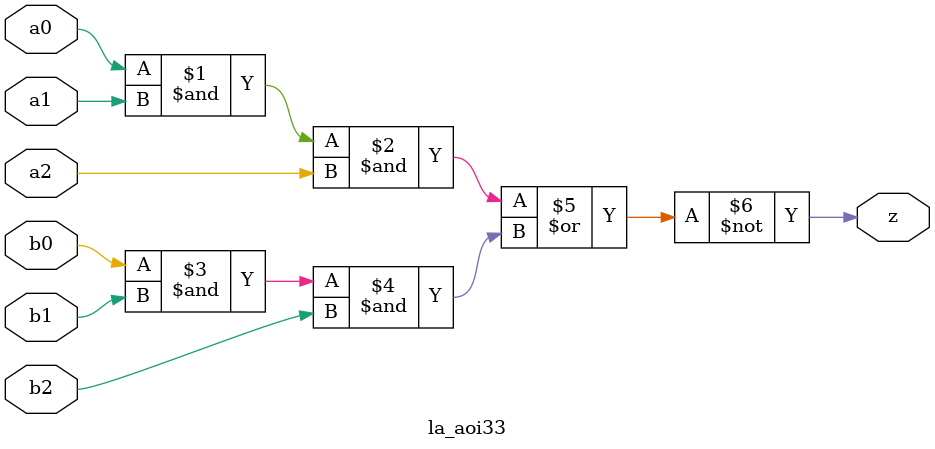
<source format=v>

module la_aoi33 #(parameter PROP = "DEFAULT")   (
    input  a0,
    input  a1,
    input  a2,
    input  b0,
    input  b1,
    input  b2,
    output z
    );

   assign z = ~((a0 & a1 & a2) | (b0 & b1 & b2));

endmodule

</source>
